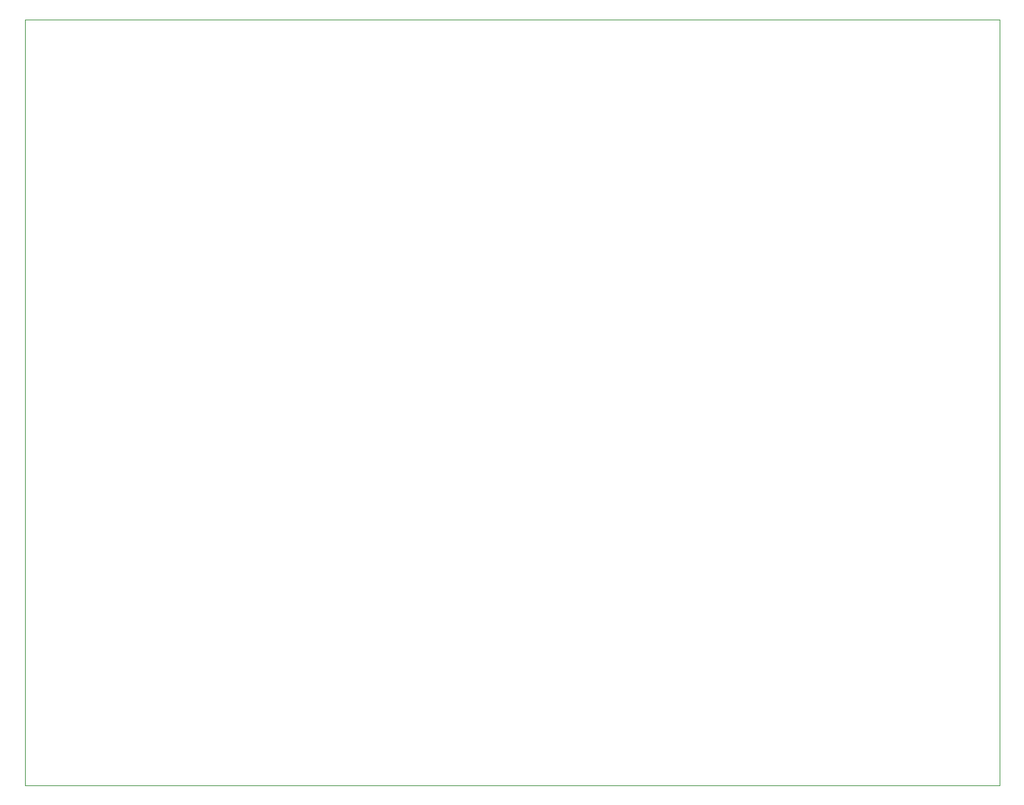
<source format=gbr>
%TF.GenerationSoftware,KiCad,Pcbnew,8.0.1*%
%TF.CreationDate,2024-04-13T21:31:32-05:00*%
%TF.ProjectId,ECE445-Wattbalance-PCB,45434534-3435-42d5-9761-747462616c61,rev?*%
%TF.SameCoordinates,Original*%
%TF.FileFunction,Profile,NP*%
%FSLAX46Y46*%
G04 Gerber Fmt 4.6, Leading zero omitted, Abs format (unit mm)*
G04 Created by KiCad (PCBNEW 8.0.1) date 2024-04-13 21:31:32*
%MOMM*%
%LPD*%
G01*
G04 APERTURE LIST*
%TA.AperFunction,Profile*%
%ADD10C,0.100000*%
%TD*%
G04 APERTURE END LIST*
D10*
X90805000Y-49530000D02*
X212725000Y-49530000D01*
X212725000Y-145415000D01*
X90805000Y-145415000D01*
X90805000Y-49530000D01*
M02*

</source>
